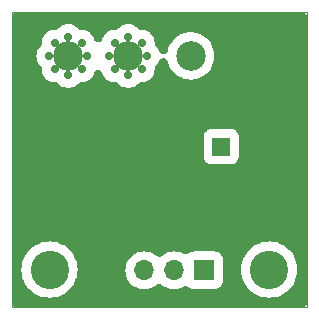
<source format=gbr>
%TF.GenerationSoftware,KiCad,Pcbnew,(7.0.0)*%
%TF.CreationDate,2023-08-29T19:28:47-03:00*%
%TF.ProjectId,Driver_TB67H451AFNG,44726976-6572-45f5-9442-363748343531,rev?*%
%TF.SameCoordinates,Original*%
%TF.FileFunction,Copper,L2,Bot*%
%TF.FilePolarity,Positive*%
%FSLAX46Y46*%
G04 Gerber Fmt 4.6, Leading zero omitted, Abs format (unit mm)*
G04 Created by KiCad (PCBNEW (7.0.0)) date 2023-08-29 19:28:47*
%MOMM*%
%LPD*%
G01*
G04 APERTURE LIST*
%TA.AperFunction,ComponentPad*%
%ADD10C,2.500000*%
%TD*%
%TA.AperFunction,ComponentPad*%
%ADD11C,3.250000*%
%TD*%
%TA.AperFunction,ComponentPad*%
%ADD12C,0.700000*%
%TD*%
%TA.AperFunction,ComponentPad*%
%ADD13R,1.700000X1.700000*%
%TD*%
%TA.AperFunction,ComponentPad*%
%ADD14O,1.700000X1.700000*%
%TD*%
%TA.AperFunction,ComponentPad*%
%ADD15R,1.524000X1.524000*%
%TD*%
%TA.AperFunction,ComponentPad*%
%ADD16C,1.524000*%
%TD*%
%TA.AperFunction,Profile*%
%ADD17C,0.100000*%
%TD*%
G04 APERTURE END LIST*
D10*
%TO.P,J1,1*%
%TO.N,GND*%
X165520000Y-90000000D03*
%TO.P,J1,2*%
%TO.N,/Vin*%
X160440000Y-90000000D03*
%TD*%
D11*
%TO.P,H2,1*%
%TO.N,N/C*%
X167100000Y-108090000D03*
%TD*%
D12*
%TO.P,U1,1,GND*%
%TO.N,GND*%
X148450000Y-98330000D03*
X148450000Y-99030000D03*
X148450000Y-99730000D03*
X148450000Y-100430000D03*
X149150000Y-98330000D03*
X149150000Y-99030000D03*
X149150000Y-99730000D03*
X149150000Y-100430000D03*
X149850000Y-98330000D03*
X149850000Y-99030000D03*
X149850000Y-99730000D03*
X149850000Y-100430000D03*
X150550000Y-98330000D03*
X150550000Y-99030000D03*
X150550000Y-99730000D03*
X150550000Y-100430000D03*
X151250000Y-98330000D03*
X151250000Y-99030000D03*
X151250000Y-99730000D03*
X151250000Y-100430000D03*
X151950000Y-98330000D03*
X151950000Y-99030000D03*
X151950000Y-99730000D03*
X151950000Y-100430000D03*
%TD*%
D13*
%TO.P,J4,1,Pin_1*%
%TO.N,+5V*%
X161589999Y-108149999D03*
D14*
%TO.P,J4,2,Pin_2*%
%TO.N,/M1B*%
X159049999Y-108149999D03*
%TO.P,J4,3,Pin_3*%
%TO.N,/M1A*%
X156509999Y-108149999D03*
%TO.P,J4,4,Pin_4*%
%TO.N,GND*%
X153969999Y-108149999D03*
%TD*%
D11*
%TO.P,H1,1*%
%TO.N,N/C*%
X148490000Y-108090000D03*
%TD*%
D15*
%TO.P,C2,1*%
%TO.N,/Vin*%
X163039999Y-97669999D03*
D16*
%TO.P,C2,2*%
%TO.N,GND*%
X163040000Y-102170000D03*
%TD*%
D12*
%TO.P,J3,1*%
%TO.N,Net-(U1-OUT1)*%
X156750000Y-90000000D03*
X156280000Y-91120000D03*
X156280000Y-88880000D03*
X155150000Y-91600000D03*
D10*
X155150000Y-90000000D03*
D12*
X155150000Y-88400000D03*
X154010000Y-91120000D03*
X154010000Y-88880000D03*
X153560000Y-90000000D03*
%TO.P,J3,2*%
%TO.N,Net-(U1-OUT2)*%
X151670000Y-90000000D03*
X151200000Y-91120000D03*
X151200000Y-88880000D03*
X150070000Y-91600000D03*
D10*
X150070000Y-90000000D03*
D12*
X150070000Y-88400000D03*
X148930000Y-91120000D03*
X148930000Y-88880000D03*
X148480000Y-90000000D03*
%TD*%
%TA.AperFunction,Conductor*%
%TO.N,GND*%
G36*
X170031072Y-86298805D02*
G01*
X170135332Y-86351928D01*
X170218072Y-86434668D01*
X170271195Y-86538928D01*
X170289500Y-86654500D01*
X170289500Y-110905500D01*
X170271195Y-111021072D01*
X170218072Y-111125332D01*
X170135332Y-111208072D01*
X170031072Y-111261195D01*
X169915500Y-111279500D01*
X145664500Y-111279500D01*
X145548928Y-111261195D01*
X145444668Y-111208072D01*
X145361928Y-111125332D01*
X145308805Y-111021072D01*
X145290500Y-110905500D01*
X145290500Y-108090000D01*
X146109403Y-108090000D01*
X146129769Y-108400730D01*
X146132157Y-108412735D01*
X146188130Y-108694132D01*
X146188132Y-108694141D01*
X146190520Y-108706144D01*
X146194457Y-108717742D01*
X146286678Y-108989419D01*
X146286681Y-108989428D01*
X146290615Y-109001015D01*
X146296030Y-109011997D01*
X146296032Y-109012000D01*
X146352951Y-109127421D01*
X146428343Y-109280299D01*
X146601345Y-109539216D01*
X146609415Y-109548418D01*
X146771792Y-109733573D01*
X146806664Y-109773336D01*
X147040784Y-109978655D01*
X147299701Y-110151657D01*
X147578985Y-110289385D01*
X147873856Y-110389480D01*
X148179270Y-110450231D01*
X148490000Y-110470597D01*
X148800730Y-110450231D01*
X149106144Y-110389480D01*
X149401015Y-110289385D01*
X149680299Y-110151657D01*
X149939216Y-109978655D01*
X150173336Y-109773336D01*
X150378655Y-109539216D01*
X150551657Y-109280299D01*
X150689385Y-109001015D01*
X150789480Y-108706144D01*
X150850231Y-108400730D01*
X150866664Y-108150000D01*
X154904551Y-108150000D01*
X154905704Y-108164650D01*
X154923163Y-108386497D01*
X154923164Y-108386508D01*
X154924317Y-108401148D01*
X154983127Y-108646111D01*
X154988748Y-108659683D01*
X154988751Y-108659690D01*
X155007993Y-108706144D01*
X155079534Y-108878859D01*
X155211164Y-109093659D01*
X155220704Y-109104829D01*
X155220707Y-109104833D01*
X155361190Y-109269317D01*
X155374776Y-109285224D01*
X155385946Y-109294764D01*
X155482894Y-109377566D01*
X155566341Y-109448836D01*
X155781141Y-109580466D01*
X156013889Y-109676873D01*
X156258852Y-109735683D01*
X156510000Y-109755449D01*
X156761148Y-109735683D01*
X157006111Y-109676873D01*
X157238859Y-109580466D01*
X157453659Y-109448836D01*
X157537106Y-109377564D01*
X157626093Y-109321093D01*
X157727303Y-109291688D01*
X157832697Y-109291688D01*
X157933907Y-109321093D01*
X158022893Y-109377564D01*
X158106341Y-109448836D01*
X158321141Y-109580466D01*
X158553889Y-109676873D01*
X158798852Y-109735683D01*
X159050000Y-109755449D01*
X159301148Y-109735683D01*
X159546111Y-109676873D01*
X159778859Y-109580466D01*
X159827290Y-109550786D01*
X159931954Y-109506852D01*
X160044988Y-109496340D01*
X160155968Y-109520224D01*
X160254671Y-109576304D01*
X160255937Y-109577305D01*
X160271344Y-109592712D01*
X160420666Y-109684814D01*
X160587203Y-109739999D01*
X160689991Y-109750500D01*
X162490008Y-109750499D01*
X162592797Y-109739999D01*
X162759334Y-109684814D01*
X162908656Y-109592712D01*
X163032712Y-109468656D01*
X163124814Y-109319334D01*
X163179999Y-109152797D01*
X163190500Y-109050009D01*
X163190499Y-108090000D01*
X164719403Y-108090000D01*
X164739769Y-108400730D01*
X164742157Y-108412735D01*
X164798130Y-108694132D01*
X164798132Y-108694141D01*
X164800520Y-108706144D01*
X164804457Y-108717742D01*
X164896678Y-108989419D01*
X164896681Y-108989428D01*
X164900615Y-109001015D01*
X164906030Y-109011997D01*
X164906032Y-109012000D01*
X164962951Y-109127421D01*
X165038343Y-109280299D01*
X165211345Y-109539216D01*
X165219415Y-109548418D01*
X165381792Y-109733573D01*
X165416664Y-109773336D01*
X165650784Y-109978655D01*
X165909701Y-110151657D01*
X166188985Y-110289385D01*
X166483856Y-110389480D01*
X166789270Y-110450231D01*
X167100000Y-110470597D01*
X167410730Y-110450231D01*
X167716144Y-110389480D01*
X168011015Y-110289385D01*
X168290299Y-110151657D01*
X168549216Y-109978655D01*
X168783336Y-109773336D01*
X168988655Y-109539216D01*
X169161657Y-109280299D01*
X169299385Y-109001015D01*
X169399480Y-108706144D01*
X169460231Y-108400730D01*
X169480597Y-108090000D01*
X169460231Y-107779270D01*
X169399480Y-107473856D01*
X169299385Y-107178985D01*
X169161657Y-106899702D01*
X168988655Y-106640784D01*
X168783336Y-106406664D01*
X168549216Y-106201345D01*
X168290299Y-106028343D01*
X168279320Y-106022928D01*
X168279317Y-106022927D01*
X168022000Y-105896032D01*
X168021997Y-105896030D01*
X168011015Y-105890615D01*
X167999428Y-105886681D01*
X167999419Y-105886678D01*
X167727742Y-105794457D01*
X167716144Y-105790520D01*
X167704141Y-105788132D01*
X167704132Y-105788130D01*
X167422735Y-105732157D01*
X167410730Y-105729769D01*
X167398511Y-105728968D01*
X167398510Y-105728968D01*
X167112221Y-105710204D01*
X167100000Y-105709403D01*
X167087779Y-105710204D01*
X167022234Y-105714500D01*
X166801489Y-105728968D01*
X166801486Y-105728968D01*
X166789270Y-105729769D01*
X166777266Y-105732156D01*
X166777264Y-105732157D01*
X166495867Y-105788130D01*
X166495854Y-105788133D01*
X166483856Y-105790520D01*
X166472261Y-105794455D01*
X166472257Y-105794457D01*
X166200576Y-105886680D01*
X166200570Y-105886682D01*
X166188985Y-105890615D01*
X166178016Y-105896023D01*
X166178007Y-105896028D01*
X165920685Y-106022926D01*
X165920676Y-106022931D01*
X165909702Y-106028343D01*
X165899527Y-106035141D01*
X165899516Y-106035148D01*
X165660969Y-106194539D01*
X165660962Y-106194544D01*
X165650784Y-106201345D01*
X165641581Y-106209415D01*
X165641573Y-106209422D01*
X165425874Y-106398586D01*
X165425865Y-106398594D01*
X165416664Y-106406664D01*
X165408594Y-106415865D01*
X165408586Y-106415874D01*
X165219415Y-106631581D01*
X165219408Y-106631588D01*
X165211345Y-106640784D01*
X165204552Y-106650950D01*
X165204547Y-106650957D01*
X165045147Y-106889517D01*
X165045142Y-106889524D01*
X165038343Y-106899701D01*
X165032933Y-106910670D01*
X165032925Y-106910685D01*
X164981594Y-107014776D01*
X164906032Y-107167999D01*
X164906028Y-107168007D01*
X164900615Y-107178985D01*
X164896683Y-107190566D01*
X164896678Y-107190580D01*
X164879727Y-107240518D01*
X164800520Y-107473856D01*
X164798133Y-107485854D01*
X164798130Y-107485867D01*
X164742157Y-107767264D01*
X164739769Y-107779270D01*
X164719403Y-108090000D01*
X163190499Y-108090000D01*
X163190499Y-107249992D01*
X163179999Y-107147203D01*
X163124814Y-106980666D01*
X163032712Y-106831344D01*
X162908656Y-106707288D01*
X162890113Y-106695850D01*
X162890111Y-106695849D01*
X162777875Y-106626622D01*
X162777874Y-106626621D01*
X162759334Y-106615186D01*
X162734801Y-106607056D01*
X162612185Y-106566425D01*
X162612180Y-106566423D01*
X162592797Y-106560001D01*
X162572477Y-106557925D01*
X162499480Y-106550467D01*
X162499468Y-106550466D01*
X162490009Y-106549500D01*
X162480492Y-106549500D01*
X160699516Y-106549500D01*
X160699496Y-106549500D01*
X160689992Y-106549501D01*
X160680533Y-106550467D01*
X160680518Y-106550468D01*
X160607521Y-106557925D01*
X160607516Y-106557925D01*
X160587203Y-106560001D01*
X160567814Y-106566425D01*
X160567813Y-106566426D01*
X160441346Y-106608333D01*
X160441343Y-106608334D01*
X160420666Y-106615186D01*
X160402128Y-106626619D01*
X160402124Y-106626622D01*
X160289884Y-106695852D01*
X160289881Y-106695854D01*
X160271344Y-106707288D01*
X160255942Y-106722689D01*
X160254667Y-106723698D01*
X160155967Y-106779776D01*
X160044989Y-106803659D01*
X159931957Y-106793148D01*
X159827290Y-106749212D01*
X159778859Y-106719534D01*
X159765277Y-106713908D01*
X159559690Y-106628751D01*
X159559683Y-106628748D01*
X159546111Y-106623127D01*
X159531816Y-106619695D01*
X159315440Y-106567748D01*
X159315437Y-106567747D01*
X159301148Y-106564317D01*
X159286508Y-106563164D01*
X159286497Y-106563163D01*
X159064650Y-106545704D01*
X159050000Y-106544551D01*
X159035350Y-106545704D01*
X158813502Y-106563163D01*
X158813489Y-106563165D01*
X158798852Y-106564317D01*
X158784564Y-106567747D01*
X158784559Y-106567748D01*
X158568183Y-106619695D01*
X158568179Y-106619696D01*
X158553889Y-106623127D01*
X158540320Y-106628747D01*
X158540309Y-106628751D01*
X158334722Y-106713908D01*
X158334715Y-106713911D01*
X158321141Y-106719534D01*
X158308615Y-106727209D01*
X158308607Y-106727214D01*
X158118873Y-106843484D01*
X158118869Y-106843486D01*
X158106341Y-106851164D01*
X158095170Y-106860704D01*
X158095167Y-106860707D01*
X158022893Y-106922435D01*
X157933906Y-106978907D01*
X157832697Y-107008311D01*
X157727303Y-107008311D01*
X157626094Y-106978907D01*
X157537107Y-106922435D01*
X157464832Y-106860707D01*
X157453659Y-106851164D01*
X157337165Y-106779776D01*
X157251392Y-106727214D01*
X157251389Y-106727212D01*
X157238859Y-106719534D01*
X157225277Y-106713908D01*
X157019690Y-106628751D01*
X157019683Y-106628748D01*
X157006111Y-106623127D01*
X156991816Y-106619695D01*
X156775440Y-106567748D01*
X156775437Y-106567747D01*
X156761148Y-106564317D01*
X156746508Y-106563164D01*
X156746497Y-106563163D01*
X156524650Y-106545704D01*
X156510000Y-106544551D01*
X156495350Y-106545704D01*
X156273502Y-106563163D01*
X156273489Y-106563165D01*
X156258852Y-106564317D01*
X156244564Y-106567747D01*
X156244559Y-106567748D01*
X156028183Y-106619695D01*
X156028179Y-106619696D01*
X156013889Y-106623127D01*
X156000320Y-106628747D01*
X156000309Y-106628751D01*
X155794722Y-106713908D01*
X155794715Y-106713911D01*
X155781141Y-106719534D01*
X155768615Y-106727209D01*
X155768607Y-106727214D01*
X155578873Y-106843484D01*
X155578869Y-106843486D01*
X155566341Y-106851164D01*
X155555176Y-106860699D01*
X155555166Y-106860707D01*
X155385946Y-107005235D01*
X155385939Y-107005241D01*
X155374776Y-107014776D01*
X155365241Y-107025939D01*
X155365235Y-107025946D01*
X155220707Y-107195166D01*
X155220699Y-107195176D01*
X155211164Y-107206341D01*
X155203486Y-107218869D01*
X155203484Y-107218873D01*
X155087214Y-107408607D01*
X155087209Y-107408615D01*
X155079534Y-107421141D01*
X155073911Y-107434715D01*
X155073908Y-107434722D01*
X154988751Y-107640309D01*
X154988747Y-107640320D01*
X154983127Y-107653889D01*
X154924317Y-107898852D01*
X154923165Y-107913489D01*
X154923163Y-107913502D01*
X154910235Y-108077779D01*
X154904551Y-108150000D01*
X150866664Y-108150000D01*
X150870597Y-108090000D01*
X150850231Y-107779270D01*
X150789480Y-107473856D01*
X150689385Y-107178985D01*
X150551657Y-106899702D01*
X150378655Y-106640784D01*
X150173336Y-106406664D01*
X149939216Y-106201345D01*
X149680299Y-106028343D01*
X149669320Y-106022928D01*
X149669317Y-106022927D01*
X149412000Y-105896032D01*
X149411997Y-105896030D01*
X149401015Y-105890615D01*
X149389428Y-105886681D01*
X149389419Y-105886678D01*
X149117742Y-105794457D01*
X149106144Y-105790520D01*
X149094141Y-105788132D01*
X149094132Y-105788130D01*
X148812735Y-105732157D01*
X148800730Y-105729769D01*
X148788511Y-105728968D01*
X148788510Y-105728968D01*
X148502221Y-105710204D01*
X148490000Y-105709403D01*
X148477779Y-105710204D01*
X148412234Y-105714500D01*
X148191489Y-105728968D01*
X148191486Y-105728968D01*
X148179270Y-105729769D01*
X148167266Y-105732156D01*
X148167264Y-105732157D01*
X147885867Y-105788130D01*
X147885854Y-105788133D01*
X147873856Y-105790520D01*
X147862261Y-105794455D01*
X147862257Y-105794457D01*
X147590576Y-105886680D01*
X147590570Y-105886682D01*
X147578985Y-105890615D01*
X147568016Y-105896023D01*
X147568007Y-105896028D01*
X147310685Y-106022926D01*
X147310676Y-106022931D01*
X147299702Y-106028343D01*
X147289527Y-106035141D01*
X147289516Y-106035148D01*
X147050969Y-106194539D01*
X147050962Y-106194544D01*
X147040784Y-106201345D01*
X147031581Y-106209415D01*
X147031573Y-106209422D01*
X146815874Y-106398586D01*
X146815865Y-106398594D01*
X146806664Y-106406664D01*
X146798594Y-106415865D01*
X146798586Y-106415874D01*
X146609415Y-106631581D01*
X146609408Y-106631588D01*
X146601345Y-106640784D01*
X146594552Y-106650950D01*
X146594547Y-106650957D01*
X146435147Y-106889517D01*
X146435142Y-106889524D01*
X146428343Y-106899701D01*
X146422933Y-106910670D01*
X146422925Y-106910685D01*
X146371594Y-107014776D01*
X146296032Y-107167999D01*
X146296028Y-107168007D01*
X146290615Y-107178985D01*
X146286683Y-107190566D01*
X146286678Y-107190580D01*
X146269727Y-107240518D01*
X146190520Y-107473856D01*
X146188133Y-107485854D01*
X146188130Y-107485867D01*
X146132157Y-107767264D01*
X146129769Y-107779270D01*
X146109403Y-108090000D01*
X145290500Y-108090000D01*
X145290500Y-98472502D01*
X161527500Y-98472502D01*
X161527501Y-98482008D01*
X161528467Y-98491467D01*
X161528468Y-98491481D01*
X161535925Y-98564477D01*
X161538001Y-98584797D01*
X161593186Y-98751334D01*
X161685288Y-98900656D01*
X161809344Y-99024712D01*
X161958666Y-99116814D01*
X162125203Y-99171999D01*
X162227991Y-99182500D01*
X163852008Y-99182499D01*
X163954797Y-99171999D01*
X164121334Y-99116814D01*
X164270656Y-99024712D01*
X164394712Y-98900656D01*
X164486814Y-98751334D01*
X164541999Y-98584797D01*
X164552500Y-98482009D01*
X164552499Y-96857992D01*
X164541999Y-96755203D01*
X164486814Y-96588666D01*
X164394712Y-96439344D01*
X164270656Y-96315288D01*
X164252113Y-96303850D01*
X164252111Y-96303849D01*
X164139875Y-96234622D01*
X164139874Y-96234621D01*
X164121334Y-96223186D01*
X164096801Y-96215056D01*
X163974185Y-96174425D01*
X163974180Y-96174423D01*
X163954797Y-96168001D01*
X163934477Y-96165925D01*
X163861480Y-96158467D01*
X163861468Y-96158466D01*
X163852009Y-96157500D01*
X163842492Y-96157500D01*
X162237516Y-96157500D01*
X162237496Y-96157500D01*
X162227992Y-96157501D01*
X162218533Y-96158467D01*
X162218518Y-96158468D01*
X162145521Y-96165925D01*
X162145516Y-96165925D01*
X162125203Y-96168001D01*
X162105814Y-96174425D01*
X162105813Y-96174426D01*
X161979346Y-96216333D01*
X161979343Y-96216334D01*
X161958666Y-96223186D01*
X161940128Y-96234619D01*
X161940124Y-96234622D01*
X161827888Y-96303849D01*
X161827882Y-96303853D01*
X161809344Y-96315288D01*
X161793941Y-96330690D01*
X161793937Y-96330694D01*
X161700694Y-96423937D01*
X161700690Y-96423941D01*
X161685288Y-96439344D01*
X161673853Y-96457882D01*
X161673849Y-96457888D01*
X161604622Y-96570124D01*
X161604619Y-96570128D01*
X161593186Y-96588666D01*
X161586334Y-96609343D01*
X161586333Y-96609346D01*
X161544425Y-96735814D01*
X161544423Y-96735821D01*
X161538001Y-96755203D01*
X161535925Y-96775520D01*
X161535925Y-96775522D01*
X161528467Y-96848519D01*
X161528466Y-96848532D01*
X161527500Y-96857991D01*
X161527500Y-96867506D01*
X161527500Y-96867507D01*
X161527500Y-98472483D01*
X161527500Y-98472502D01*
X145290500Y-98472502D01*
X145290500Y-90000000D01*
X147374785Y-90000000D01*
X147376380Y-90017213D01*
X147392007Y-90185867D01*
X147392008Y-90185874D01*
X147393603Y-90203083D01*
X147398333Y-90219710D01*
X147398335Y-90219716D01*
X147444685Y-90382618D01*
X147444687Y-90382625D01*
X147449418Y-90399250D01*
X147457122Y-90414723D01*
X147457125Y-90414729D01*
X147524182Y-90549397D01*
X147540327Y-90581821D01*
X147663236Y-90744579D01*
X147706656Y-90784161D01*
X147778584Y-90873547D01*
X147820031Y-90980533D01*
X147827096Y-91095050D01*
X147826380Y-91102778D01*
X147826380Y-91102787D01*
X147824785Y-91120000D01*
X147826380Y-91137213D01*
X147842007Y-91305867D01*
X147842008Y-91305874D01*
X147843603Y-91323083D01*
X147848333Y-91339710D01*
X147848335Y-91339716D01*
X147894685Y-91502618D01*
X147894687Y-91502625D01*
X147899418Y-91519250D01*
X147907122Y-91534723D01*
X147907125Y-91534729D01*
X147974182Y-91669397D01*
X147990327Y-91701821D01*
X148000746Y-91715618D01*
X148078035Y-91817966D01*
X148113236Y-91864579D01*
X148126010Y-91876224D01*
X148126011Y-91876225D01*
X148178822Y-91924369D01*
X148263959Y-92001981D01*
X148437363Y-92109348D01*
X148627544Y-92183024D01*
X148828024Y-92220500D01*
X148845319Y-92220500D01*
X148977145Y-92220500D01*
X149079494Y-92234777D01*
X149174030Y-92276518D01*
X149248601Y-92338441D01*
X149253236Y-92344579D01*
X149403959Y-92481981D01*
X149577363Y-92589348D01*
X149767544Y-92663024D01*
X149968024Y-92700500D01*
X150154681Y-92700500D01*
X150171976Y-92700500D01*
X150372456Y-92663024D01*
X150562637Y-92589348D01*
X150736041Y-92481981D01*
X150886764Y-92344579D01*
X150891398Y-92338441D01*
X150965970Y-92276518D01*
X151060506Y-92234777D01*
X151162855Y-92220500D01*
X151284681Y-92220500D01*
X151301976Y-92220500D01*
X151502456Y-92183024D01*
X151692637Y-92109348D01*
X151866041Y-92001981D01*
X152016764Y-91864579D01*
X152139673Y-91701821D01*
X152230582Y-91519250D01*
X152245279Y-91467595D01*
X152296451Y-91358589D01*
X152379615Y-91271492D01*
X152486146Y-91215338D01*
X152605000Y-91195950D01*
X152723854Y-91215338D01*
X152830385Y-91271492D01*
X152913549Y-91358589D01*
X152964720Y-91467595D01*
X152979418Y-91519250D01*
X152987122Y-91534723D01*
X152987125Y-91534729D01*
X153054182Y-91669397D01*
X153070327Y-91701821D01*
X153080746Y-91715618D01*
X153158035Y-91817966D01*
X153193236Y-91864579D01*
X153206010Y-91876224D01*
X153206011Y-91876225D01*
X153258822Y-91924369D01*
X153343959Y-92001981D01*
X153517363Y-92109348D01*
X153707544Y-92183024D01*
X153908024Y-92220500D01*
X153925319Y-92220500D01*
X154057145Y-92220500D01*
X154159494Y-92234777D01*
X154254030Y-92276518D01*
X154328601Y-92338441D01*
X154333236Y-92344579D01*
X154483959Y-92481981D01*
X154657363Y-92589348D01*
X154847544Y-92663024D01*
X155048024Y-92700500D01*
X155234681Y-92700500D01*
X155251976Y-92700500D01*
X155452456Y-92663024D01*
X155642637Y-92589348D01*
X155816041Y-92481981D01*
X155966764Y-92344579D01*
X155971398Y-92338441D01*
X156045970Y-92276518D01*
X156140506Y-92234777D01*
X156242855Y-92220500D01*
X156364681Y-92220500D01*
X156381976Y-92220500D01*
X156582456Y-92183024D01*
X156772637Y-92109348D01*
X156946041Y-92001981D01*
X157096764Y-91864579D01*
X157219673Y-91701821D01*
X157310582Y-91519250D01*
X157366397Y-91323083D01*
X157385215Y-91120000D01*
X157383620Y-91102787D01*
X157383620Y-91085492D01*
X157386090Y-91085492D01*
X157391522Y-90997362D01*
X157432970Y-90890364D01*
X157504903Y-90800972D01*
X157566764Y-90744579D01*
X157689673Y-90581821D01*
X157780582Y-90399250D01*
X157781765Y-90395090D01*
X157838101Y-90298818D01*
X157927489Y-90220159D01*
X158037071Y-90173583D01*
X158155738Y-90163809D01*
X158271463Y-90191828D01*
X158372517Y-90254801D01*
X158448657Y-90346344D01*
X158492165Y-90457180D01*
X158512790Y-90551989D01*
X158512792Y-90551997D01*
X158515631Y-90565046D01*
X158520295Y-90577552D01*
X158520297Y-90577557D01*
X158586936Y-90756223D01*
X158615633Y-90833161D01*
X158622032Y-90844880D01*
X158622033Y-90844882D01*
X158705294Y-90997362D01*
X158752774Y-91084315D01*
X158760772Y-91094999D01*
X158850856Y-91215338D01*
X158924261Y-91313395D01*
X159126605Y-91515739D01*
X159355685Y-91687226D01*
X159606839Y-91824367D01*
X159874954Y-91924369D01*
X160154572Y-91985196D01*
X160440000Y-92005610D01*
X160725428Y-91985196D01*
X161005046Y-91924369D01*
X161273161Y-91824367D01*
X161524315Y-91687226D01*
X161753395Y-91515739D01*
X161955739Y-91313395D01*
X162127226Y-91084315D01*
X162264367Y-90833161D01*
X162364369Y-90565046D01*
X162425196Y-90285428D01*
X162445610Y-90000000D01*
X162425196Y-89714572D01*
X162364369Y-89434954D01*
X162264367Y-89166839D01*
X162127226Y-88915685D01*
X161955739Y-88686605D01*
X161753395Y-88484261D01*
X161524315Y-88312774D01*
X161512600Y-88306377D01*
X161284882Y-88182033D01*
X161284880Y-88182032D01*
X161273161Y-88175633D01*
X161260648Y-88170966D01*
X161260644Y-88170964D01*
X161017557Y-88080297D01*
X161017552Y-88080295D01*
X161005046Y-88075631D01*
X160992001Y-88072793D01*
X160991997Y-88072792D01*
X160738475Y-88017642D01*
X160738472Y-88017641D01*
X160725428Y-88014804D01*
X160712112Y-88013851D01*
X160712108Y-88013851D01*
X160453325Y-87995343D01*
X160440000Y-87994390D01*
X160426675Y-87995343D01*
X160167891Y-88013851D01*
X160167885Y-88013851D01*
X160154572Y-88014804D01*
X160141529Y-88017641D01*
X160141524Y-88017642D01*
X159888002Y-88072792D01*
X159887994Y-88072794D01*
X159874954Y-88075631D01*
X159862451Y-88080294D01*
X159862442Y-88080297D01*
X159619355Y-88170964D01*
X159619345Y-88170968D01*
X159606839Y-88175633D01*
X159595125Y-88182029D01*
X159595117Y-88182033D01*
X159367399Y-88306377D01*
X159367392Y-88306381D01*
X159355685Y-88312774D01*
X159345006Y-88320767D01*
X159345000Y-88320772D01*
X159137288Y-88476263D01*
X159137281Y-88476268D01*
X159126605Y-88484261D01*
X159117172Y-88493693D01*
X159117165Y-88493700D01*
X158933700Y-88677165D01*
X158933693Y-88677172D01*
X158924261Y-88686605D01*
X158916268Y-88697281D01*
X158916263Y-88697288D01*
X158760772Y-88905000D01*
X158760767Y-88905006D01*
X158752774Y-88915685D01*
X158746381Y-88927392D01*
X158746377Y-88927399D01*
X158622033Y-89155117D01*
X158622029Y-89155125D01*
X158615633Y-89166839D01*
X158610968Y-89179345D01*
X158610964Y-89179355D01*
X158520297Y-89422442D01*
X158520294Y-89422451D01*
X158515631Y-89434954D01*
X158512794Y-89447991D01*
X158512790Y-89448008D01*
X158492165Y-89542820D01*
X158448657Y-89653655D01*
X158372518Y-89745198D01*
X158271464Y-89808170D01*
X158155740Y-89836190D01*
X158037073Y-89826417D01*
X157927492Y-89779841D01*
X157838103Y-89701184D01*
X157781765Y-89604908D01*
X157780582Y-89600750D01*
X157689673Y-89418179D01*
X157566764Y-89255421D01*
X157504900Y-89199025D01*
X157432968Y-89109631D01*
X157391521Y-89002633D01*
X157386091Y-88914508D01*
X157383620Y-88914508D01*
X157383620Y-88897213D01*
X157385215Y-88880000D01*
X157366397Y-88676917D01*
X157310582Y-88480750D01*
X157219673Y-88298179D01*
X157096764Y-88135421D01*
X157036296Y-88080297D01*
X156958824Y-88009672D01*
X156958822Y-88009670D01*
X156946041Y-87998019D01*
X156772637Y-87890652D01*
X156756513Y-87884405D01*
X156756510Y-87884404D01*
X156598574Y-87823220D01*
X156598572Y-87823219D01*
X156582456Y-87816976D01*
X156565467Y-87813800D01*
X156565463Y-87813799D01*
X156398976Y-87782677D01*
X156398967Y-87782676D01*
X156381976Y-87779500D01*
X156242855Y-87779500D01*
X156140506Y-87765223D01*
X156045970Y-87723482D01*
X155971398Y-87661558D01*
X155966764Y-87655421D01*
X155816041Y-87518019D01*
X155642637Y-87410652D01*
X155626513Y-87404405D01*
X155626510Y-87404404D01*
X155468574Y-87343220D01*
X155468572Y-87343219D01*
X155452456Y-87336976D01*
X155435467Y-87333800D01*
X155435463Y-87333799D01*
X155268976Y-87302677D01*
X155268967Y-87302676D01*
X155251976Y-87299500D01*
X155048024Y-87299500D01*
X155031033Y-87302675D01*
X155031023Y-87302677D01*
X154864536Y-87333799D01*
X154864529Y-87333800D01*
X154847544Y-87336976D01*
X154831429Y-87343218D01*
X154831425Y-87343220D01*
X154673489Y-87404404D01*
X154673481Y-87404407D01*
X154657363Y-87410652D01*
X154642661Y-87419754D01*
X154642655Y-87419758D01*
X154498666Y-87508912D01*
X154498659Y-87508916D01*
X154483959Y-87518019D01*
X154471182Y-87529666D01*
X154471175Y-87529672D01*
X154346012Y-87643773D01*
X154346005Y-87643779D01*
X154333236Y-87655421D01*
X154328601Y-87661558D01*
X154254030Y-87723482D01*
X154159494Y-87765223D01*
X154057145Y-87779500D01*
X153908024Y-87779500D01*
X153891033Y-87782675D01*
X153891023Y-87782677D01*
X153724536Y-87813799D01*
X153724529Y-87813800D01*
X153707544Y-87816976D01*
X153691429Y-87823218D01*
X153691425Y-87823220D01*
X153533489Y-87884404D01*
X153533481Y-87884407D01*
X153517363Y-87890652D01*
X153502661Y-87899754D01*
X153502655Y-87899758D01*
X153358666Y-87988912D01*
X153358659Y-87988916D01*
X153343959Y-87998019D01*
X153331182Y-88009666D01*
X153331175Y-88009672D01*
X153206011Y-88123774D01*
X153206005Y-88123780D01*
X153193236Y-88135421D01*
X153182824Y-88149207D01*
X153182819Y-88149214D01*
X153080746Y-88284381D01*
X153080742Y-88284386D01*
X153070327Y-88298179D01*
X153062620Y-88313656D01*
X153062618Y-88313660D01*
X152987125Y-88465270D01*
X152987121Y-88465279D01*
X152979418Y-88480750D01*
X152974688Y-88497373D01*
X152974686Y-88497379D01*
X152964722Y-88532401D01*
X152913548Y-88641411D01*
X152830385Y-88728508D01*
X152723854Y-88784661D01*
X152605000Y-88804049D01*
X152486146Y-88784661D01*
X152379615Y-88728508D01*
X152296452Y-88641411D01*
X152245278Y-88532401D01*
X152235313Y-88497379D01*
X152230582Y-88480750D01*
X152139673Y-88298179D01*
X152016764Y-88135421D01*
X151956296Y-88080297D01*
X151878824Y-88009672D01*
X151878822Y-88009670D01*
X151866041Y-87998019D01*
X151692637Y-87890652D01*
X151676513Y-87884405D01*
X151676510Y-87884404D01*
X151518574Y-87823220D01*
X151518572Y-87823219D01*
X151502456Y-87816976D01*
X151485467Y-87813800D01*
X151485463Y-87813799D01*
X151318976Y-87782677D01*
X151318967Y-87782676D01*
X151301976Y-87779500D01*
X151162855Y-87779500D01*
X151060506Y-87765223D01*
X150965970Y-87723482D01*
X150891398Y-87661558D01*
X150886764Y-87655421D01*
X150736041Y-87518019D01*
X150562637Y-87410652D01*
X150546513Y-87404405D01*
X150546510Y-87404404D01*
X150388574Y-87343220D01*
X150388572Y-87343219D01*
X150372456Y-87336976D01*
X150355467Y-87333800D01*
X150355463Y-87333799D01*
X150188976Y-87302677D01*
X150188967Y-87302676D01*
X150171976Y-87299500D01*
X149968024Y-87299500D01*
X149951033Y-87302675D01*
X149951023Y-87302677D01*
X149784536Y-87333799D01*
X149784529Y-87333800D01*
X149767544Y-87336976D01*
X149751429Y-87343218D01*
X149751425Y-87343220D01*
X149593489Y-87404404D01*
X149593481Y-87404407D01*
X149577363Y-87410652D01*
X149562661Y-87419754D01*
X149562655Y-87419758D01*
X149418666Y-87508912D01*
X149418659Y-87508916D01*
X149403959Y-87518019D01*
X149391182Y-87529666D01*
X149391175Y-87529672D01*
X149266012Y-87643773D01*
X149266005Y-87643779D01*
X149253236Y-87655421D01*
X149248601Y-87661558D01*
X149174030Y-87723482D01*
X149079494Y-87765223D01*
X148977145Y-87779500D01*
X148828024Y-87779500D01*
X148811033Y-87782675D01*
X148811023Y-87782677D01*
X148644536Y-87813799D01*
X148644529Y-87813800D01*
X148627544Y-87816976D01*
X148611429Y-87823218D01*
X148611425Y-87823220D01*
X148453489Y-87884404D01*
X148453481Y-87884407D01*
X148437363Y-87890652D01*
X148422661Y-87899754D01*
X148422655Y-87899758D01*
X148278666Y-87988912D01*
X148278659Y-87988916D01*
X148263959Y-87998019D01*
X148251182Y-88009666D01*
X148251175Y-88009672D01*
X148126011Y-88123774D01*
X148126005Y-88123780D01*
X148113236Y-88135421D01*
X148102824Y-88149207D01*
X148102819Y-88149214D01*
X148000746Y-88284381D01*
X148000742Y-88284386D01*
X147990327Y-88298179D01*
X147982620Y-88313656D01*
X147982618Y-88313660D01*
X147907125Y-88465270D01*
X147907121Y-88465279D01*
X147899418Y-88480750D01*
X147894688Y-88497371D01*
X147894685Y-88497381D01*
X147848335Y-88660283D01*
X147848333Y-88660291D01*
X147843603Y-88676917D01*
X147842008Y-88694123D01*
X147842007Y-88694132D01*
X147826666Y-88859692D01*
X147824785Y-88880000D01*
X147826380Y-88897213D01*
X147826380Y-88897219D01*
X147827096Y-88904947D01*
X147820032Y-89019463D01*
X147778586Y-89126449D01*
X147706657Y-89215837D01*
X147676010Y-89243775D01*
X147676004Y-89243780D01*
X147663236Y-89255421D01*
X147652824Y-89269207D01*
X147652819Y-89269214D01*
X147550746Y-89404381D01*
X147550742Y-89404386D01*
X147540327Y-89418179D01*
X147532620Y-89433656D01*
X147532618Y-89433660D01*
X147457125Y-89585270D01*
X147457121Y-89585279D01*
X147449418Y-89600750D01*
X147444688Y-89617371D01*
X147444685Y-89617381D01*
X147398335Y-89780283D01*
X147398333Y-89780291D01*
X147393603Y-89796917D01*
X147392008Y-89814123D01*
X147392007Y-89814132D01*
X147376666Y-89979692D01*
X147374785Y-90000000D01*
X145290500Y-90000000D01*
X145290500Y-86654500D01*
X145308805Y-86538928D01*
X145361928Y-86434668D01*
X145444668Y-86351928D01*
X145548928Y-86298805D01*
X145664500Y-86280500D01*
X169915500Y-86280500D01*
X170031072Y-86298805D01*
G37*
%TD.AperFunction*%
%TD*%
D17*
X145290000Y-86280000D02*
X170290000Y-86280000D01*
X170290000Y-86280000D02*
X170290000Y-111280000D01*
X170290000Y-111280000D02*
X145290000Y-111280000D01*
X145290000Y-111280000D02*
X145290000Y-86280000D01*
M02*

</source>
